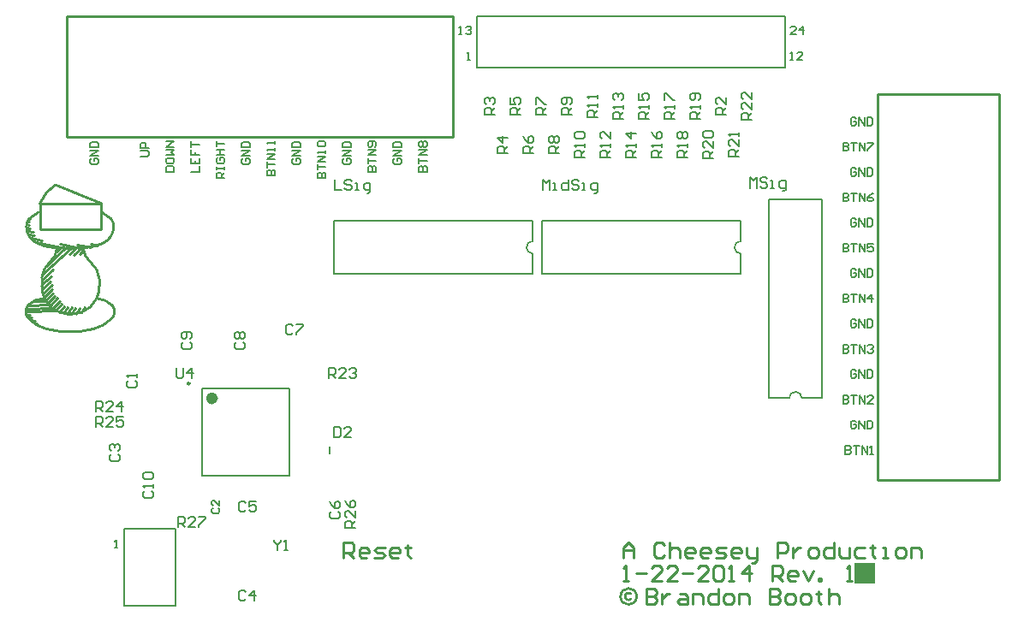
<source format=gto>
%FSAX42Y42*%
%MOMM*%
G71*
G01*
G75*
%ADD10R,1.30X1.05*%
%ADD11R,0.80X0.90*%
%ADD12O,0.55X1.75*%
%ADD13O,1.75X0.55*%
%ADD14R,0.90X0.80*%
%ADD15R,2.20X2.50*%
%ADD16R,2.00X0.50*%
%ADD17R,0.90X1.00*%
%ADD18C,0.51*%
%ADD19C,0.25*%
%ADD20C,0.60*%
%ADD21C,0.40*%
%ADD22C,1.00*%
%ADD23C,0.70*%
%ADD24C,0.50*%
%ADD25C,0.80*%
%ADD26C,5.89*%
%ADD27R,1.50X1.50*%
%ADD28C,1.50*%
%ADD29R,1.50X1.50*%
%ADD30C,1.50*%
%ADD31R,1.50X1.50*%
%ADD32C,1.75*%
%ADD33R,1.50X1.50*%
%ADD34C,1.02*%
%ADD35C,0.20*%
%ADD36C,0.60*%
%ADD37C,0.25*%
%ADD38C,0.20*%
%ADD39C,0.18*%
%ADD40R,2.03X2.03*%
D19*
X005711Y011898D02*
G03*
X005558Y011712I000253J-000364D01*
G01*
X006167Y011712D02*
G03*
X005712Y011896I-002019J-004331D01*
G01*
X011405Y007849D02*
G03*
X011405Y007798I-000025J-000025D01*
G01*
X011460Y007823D02*
G03*
X011460Y007823I-000080J000000D01*
G01*
X005578Y010899D02*
G03*
X006146Y010899I000284J000000D01*
G01*
X005654Y011128D02*
G03*
X005578Y010975I000140J-000165D01*
G01*
X006146Y010966D02*
G03*
X006062Y011129I-000225J-000013D01*
G01*
X005986Y011267D02*
G03*
X006062Y011129I000213J000027D01*
G01*
X005654Y011128D02*
G03*
X005729Y011268I-000140J000165D01*
G01*
X005603Y010772D02*
G03*
X005442Y010705I000000J-000229D01*
G01*
D02*
G03*
X005451Y010569I000073J-000063D01*
G01*
D02*
G03*
X005618Y010472I000267J000267D01*
G01*
Y010472D02*
G03*
X005781Y010441I000211J000663D01*
G01*
X005934D02*
G03*
X006096Y010472I-000048J000694D01*
G01*
Y010472D02*
G03*
X006264Y010569I-000099J000364D01*
G01*
D02*
G03*
X006273Y010705I-000063J000073D01*
G01*
D02*
G03*
X006121Y010772I-000162J-000162D01*
G01*
X005781Y010441D02*
G03*
X005934Y010441I000076J000712D01*
G01*
X005425Y011483D02*
G03*
X005536Y011317I000180J000000D01*
G01*
D02*
G03*
X005679Y011278I000179J000370D01*
G01*
D02*
G03*
X005806Y011271I000139J001385D01*
G01*
X005451Y011560D02*
G03*
X005425Y011483I000102J-000076D01*
G01*
X006264Y011560D02*
G03*
X006169Y011626I-000205J-000194D01*
G01*
X006289Y011483D02*
G03*
X006264Y011560I-000127J000000D01*
G01*
X005908Y011271D02*
G03*
X006035Y011278I-000012J001392D01*
G01*
D02*
G03*
X006178Y011317I-000036J000410D01*
G01*
D02*
G03*
X006289Y011483I-000069J000166D01*
G01*
X005546Y011626D02*
G03*
X005451Y011560I000110J-000260D01*
G01*
X005558Y011712D02*
X006167D01*
Y011458D02*
Y011712D01*
X005558Y011458D02*
Y011712D01*
Y011458D02*
X006167D01*
X005821Y013568D02*
X009646D01*
X005821Y012368D02*
X009646D01*
X005821D02*
Y013568D01*
X009646Y012368D02*
Y013568D01*
X013842Y008972D02*
X015042D01*
X013842Y012797D02*
X015042D01*
X013842Y008972D02*
Y012797D01*
X015042Y008972D02*
Y012797D01*
X005578Y010899D02*
Y010975D01*
X006146Y010899D02*
Y010966D01*
X005806Y011271D02*
X005908D01*
X005903Y010627D02*
X005906Y010625D01*
X005814Y010627D02*
X005903D01*
X005951Y011212D02*
X005989Y011242D01*
X005895Y011206D02*
X005972Y011270D01*
X005850Y011212D02*
X005921Y011270D01*
X005585Y011013D02*
X005863Y011267D01*
X005618Y011090D02*
X005809Y011267D01*
X005725Y011234D02*
X005763Y011270D01*
X005578Y010958D02*
X005692Y011062D01*
X005580Y010914D02*
X005669Y010993D01*
X005583Y010866D02*
X005667Y010942D01*
X005588Y010825D02*
X005679Y010907D01*
X005601Y010790D02*
X005679Y010864D01*
X005624Y010762D02*
X005692Y010825D01*
X005641Y010729D02*
X005707Y010798D01*
X005667Y010701D02*
X005733Y010775D01*
X005692Y010676D02*
X005753Y010749D01*
X005723Y010658D02*
X005776Y010724D01*
X005756Y010643D02*
X005799Y010698D01*
X005789Y010627D02*
X005832Y010686D01*
X005824Y010620D02*
X005872Y010686D01*
X005870Y010620D02*
X005911Y010678D01*
X005916Y010622D02*
X005949Y010676D01*
X005966Y010635D02*
X006002Y010688D01*
X005491Y010742D02*
X005626D01*
X005443Y010706D02*
X005651Y010709D01*
X005423Y010673D02*
X005682Y010681D01*
X005418Y010640D02*
X005720Y010648D01*
X005519Y011327D02*
X005801Y011273D01*
X005761Y011311D02*
X005951Y011273D01*
X005923Y011308D02*
X006063Y011280D01*
X006060Y011311D02*
X006126Y011295D01*
X005466Y011369D02*
X005580Y011346D01*
X005443Y011405D02*
X005499Y011394D01*
X005431Y011440D02*
X005491Y011427D01*
X005425Y011473D02*
X005461Y011463D01*
X005428Y011506D02*
X005453Y011496D01*
X005438Y011534D02*
X005451Y011529D01*
X005453Y011562D02*
X005459Y011561D01*
X005423Y010612D02*
X005461Y010610D01*
X005441Y010584D02*
X005481Y010582D01*
X005469Y010556D02*
X005509Y010554D01*
X005502Y010528D02*
X005525Y010527D01*
X005537Y010505D02*
X005547Y010505D01*
X008563Y008204D02*
Y008357D01*
X008640D01*
X008665Y008331D01*
Y008280D01*
X008640Y008255D01*
X008563D01*
X008614D02*
X008665Y008204D01*
X008792D02*
X008741D01*
X008716Y008230D01*
Y008280D01*
X008741Y008306D01*
X008792D01*
X008817Y008280D01*
Y008255D01*
X008716D01*
X008868Y008204D02*
X008944D01*
X008970Y008230D01*
X008944Y008255D01*
X008894D01*
X008868Y008280D01*
X008894Y008306D01*
X008970D01*
X009097Y008204D02*
X009046D01*
X009020Y008230D01*
Y008280D01*
X009046Y008306D01*
X009097D01*
X009122Y008280D01*
Y008255D01*
X009020D01*
X009198Y008331D02*
Y008306D01*
X009173D01*
X009224D01*
X009198D01*
Y008230D01*
X009224Y008204D01*
X011557Y007899D02*
Y007747D01*
X011633D01*
X011659Y007772D01*
Y007798D01*
X011633Y007823D01*
X011557D01*
X011633D01*
X011659Y007849D01*
Y007874D01*
X011633Y007899D01*
X011557D01*
X011709Y007849D02*
Y007747D01*
Y007798D01*
X011735Y007823D01*
X011760Y007849D01*
X011786D01*
X011887D02*
X011938D01*
X011963Y007823D01*
Y007747D01*
X011887D01*
X011862Y007772D01*
X011887Y007798D01*
X011963D01*
X012014Y007747D02*
Y007849D01*
X012090D01*
X012116Y007823D01*
Y007747D01*
X012268Y007899D02*
Y007747D01*
X012192D01*
X012166Y007772D01*
Y007823D01*
X012192Y007849D01*
X012268D01*
X012344Y007747D02*
X012395D01*
X012420Y007772D01*
Y007823D01*
X012395Y007849D01*
X012344D01*
X012319Y007823D01*
Y007772D01*
X012344Y007747D01*
X012471D02*
Y007849D01*
X012547D01*
X012573Y007823D01*
Y007747D01*
X012776Y007899D02*
Y007747D01*
X012852D01*
X012877Y007772D01*
Y007798D01*
X012852Y007823D01*
X012776D01*
X012852D01*
X012877Y007849D01*
Y007874D01*
X012852Y007899D01*
X012776D01*
X012954Y007747D02*
X013004D01*
X013030Y007772D01*
Y007823D01*
X013004Y007849D01*
X012954D01*
X012928Y007823D01*
Y007772D01*
X012954Y007747D01*
X013106D02*
X013157D01*
X013182Y007772D01*
Y007823D01*
X013157Y007849D01*
X013106D01*
X013081Y007823D01*
Y007772D01*
X013106Y007747D01*
X013258Y007874D02*
Y007849D01*
X013233D01*
X013284D01*
X013258D01*
Y007772D01*
X013284Y007747D01*
X013360Y007899D02*
Y007747D01*
Y007823D01*
X013385Y007849D01*
X013436D01*
X013461Y007823D01*
Y007747D01*
X011328Y008204D02*
Y008306D01*
X011379Y008357D01*
X011430Y008306D01*
Y008204D01*
Y008280D01*
X011328D01*
X011735Y008331D02*
X011709Y008357D01*
X011658D01*
X011633Y008331D01*
Y008230D01*
X011658Y008204D01*
X011709D01*
X011735Y008230D01*
X011785Y008357D02*
Y008204D01*
Y008280D01*
X011811Y008306D01*
X011862D01*
X011887Y008280D01*
Y008204D01*
X012014D02*
X011963D01*
X011938Y008230D01*
Y008280D01*
X011963Y008306D01*
X012014D01*
X012039Y008280D01*
Y008255D01*
X011938D01*
X012166Y008204D02*
X012116D01*
X012090Y008230D01*
Y008280D01*
X012116Y008306D01*
X012166D01*
X012192Y008280D01*
Y008255D01*
X012090D01*
X012243Y008204D02*
X012319D01*
X012344Y008230D01*
X012319Y008255D01*
X012268D01*
X012243Y008280D01*
X012268Y008306D01*
X012344D01*
X012471Y008204D02*
X012420D01*
X012395Y008230D01*
Y008280D01*
X012420Y008306D01*
X012471D01*
X012496Y008280D01*
Y008255D01*
X012395D01*
X012547Y008306D02*
Y008230D01*
X012573Y008204D01*
X012649D01*
Y008179D01*
X012623Y008153D01*
X012598D01*
X012649Y008204D02*
Y008306D01*
X012852Y008204D02*
Y008357D01*
X012928D01*
X012953Y008331D01*
Y008280D01*
X012928Y008255D01*
X012852D01*
X013004Y008306D02*
Y008204D01*
Y008255D01*
X013030Y008280D01*
X013055Y008306D01*
X013080D01*
X013182Y008204D02*
X013233D01*
X013258Y008230D01*
Y008280D01*
X013233Y008306D01*
X013182D01*
X013157Y008280D01*
Y008230D01*
X013182Y008204D01*
X013411Y008357D02*
Y008204D01*
X013334D01*
X013309Y008230D01*
Y008280D01*
X013334Y008306D01*
X013411D01*
X013461D02*
Y008230D01*
X013487Y008204D01*
X013563D01*
Y008306D01*
X013715D02*
X013639D01*
X013614Y008280D01*
Y008230D01*
X013639Y008204D01*
X013715D01*
X013791Y008331D02*
Y008306D01*
X013766D01*
X013817D01*
X013791D01*
Y008230D01*
X013817Y008204D01*
X013893D02*
X013944D01*
X013918D01*
Y008306D01*
X013893D01*
X014045Y008204D02*
X014096D01*
X014121Y008230D01*
Y008280D01*
X014096Y008306D01*
X014045D01*
X014020Y008280D01*
Y008230D01*
X014045Y008204D01*
X014172D02*
Y008306D01*
X014248D01*
X014274Y008280D01*
Y008204D01*
X011328Y007976D02*
X011379D01*
X011354D01*
Y008128D01*
X011328Y008103D01*
X011455Y008052D02*
X011557D01*
X011709Y007976D02*
X011608D01*
X011709Y008077D01*
Y008103D01*
X011684Y008128D01*
X011633D01*
X011608Y008103D01*
X011862Y007976D02*
X011760D01*
X011862Y008077D01*
Y008103D01*
X011836Y008128D01*
X011785D01*
X011760Y008103D01*
X011912Y008052D02*
X012014D01*
X012166Y007976D02*
X012065D01*
X012166Y008077D01*
Y008103D01*
X012141Y008128D01*
X012090D01*
X012065Y008103D01*
X012217D02*
X012243Y008128D01*
X012293D01*
X012319Y008103D01*
Y008001D01*
X012293Y007976D01*
X012243D01*
X012217Y008001D01*
Y008103D01*
X012369Y007976D02*
X012420D01*
X012395D01*
Y008128D01*
X012369Y008103D01*
X012573Y007976D02*
Y008128D01*
X012496Y008052D01*
X012598D01*
X012801Y007976D02*
Y008128D01*
X012877D01*
X012903Y008103D01*
Y008052D01*
X012877Y008026D01*
X012801D01*
X012852D02*
X012903Y007976D01*
X013030D02*
X012979D01*
X012953Y008001D01*
Y008052D01*
X012979Y008077D01*
X013030D01*
X013055Y008052D01*
Y008026D01*
X012953D01*
X013106Y008077D02*
X013157Y007976D01*
X013207Y008077D01*
X013258Y007976D02*
Y008001D01*
X013284D01*
Y007976D01*
X013258D01*
X013537D02*
X013588D01*
X013563D01*
Y008128D01*
X013537Y008103D01*
D35*
X013525Y009314D02*
Y009233D01*
X013566D01*
X013580Y009246D01*
Y009260D01*
X013566Y009274D01*
X013525D01*
X013566D01*
X013580Y009287D01*
Y009301D01*
X013566Y009314D01*
X013525D01*
X013607D02*
X013661D01*
X013634D01*
Y009233D01*
X013688D02*
Y009314D01*
X013742Y009233D01*
Y009314D01*
X013769Y009233D02*
X013796D01*
X013783D01*
Y009314D01*
X013769Y009301D01*
X013630Y009551D02*
X013617Y009564D01*
X013590D01*
X013576Y009551D01*
Y009497D01*
X013590Y009483D01*
X013617D01*
X013630Y009497D01*
Y009524D01*
X013603D01*
X013658Y009483D02*
Y009564D01*
X013712Y009483D01*
Y009564D01*
X013739D02*
Y009483D01*
X013779D01*
X013793Y009497D01*
Y009551D01*
X013779Y009564D01*
X013739D01*
X013500Y009814D02*
Y009733D01*
X013541D01*
X013554Y009747D01*
Y009760D01*
X013541Y009774D01*
X013500D01*
X013541D01*
X013554Y009787D01*
Y009801D01*
X013541Y009814D01*
X013500D01*
X013581D02*
X013636D01*
X013608D01*
Y009733D01*
X013663D02*
Y009814D01*
X013717Y009733D01*
Y009814D01*
X013798Y009733D02*
X013744D01*
X013798Y009787D01*
Y009801D01*
X013784Y009814D01*
X013757D01*
X013744Y009801D01*
X013630Y010051D02*
X013617Y010064D01*
X013590D01*
X013576Y010051D01*
Y009997D01*
X013590Y009983D01*
X013617D01*
X013630Y009997D01*
Y010024D01*
X013603D01*
X013658Y009983D02*
Y010064D01*
X013712Y009983D01*
Y010064D01*
X013739D02*
Y009983D01*
X013779D01*
X013793Y009997D01*
Y010051D01*
X013779Y010064D01*
X013739D01*
X013500Y010315D02*
Y010233D01*
X013541D01*
X013554Y010247D01*
Y010260D01*
X013541Y010274D01*
X013500D01*
X013541D01*
X013554Y010287D01*
Y010301D01*
X013541Y010315D01*
X013500D01*
X013581D02*
X013636D01*
X013608D01*
Y010233D01*
X013663D02*
Y010315D01*
X013717Y010233D01*
Y010315D01*
X013744Y010301D02*
X013757Y010315D01*
X013784D01*
X013798Y010301D01*
Y010287D01*
X013784Y010274D01*
X013771D01*
X013784D01*
X013798Y010260D01*
Y010247D01*
X013784Y010233D01*
X013757D01*
X013744Y010247D01*
X013630Y010551D02*
X013617Y010565D01*
X013590D01*
X013576Y010551D01*
Y010497D01*
X013590Y010483D01*
X013617D01*
X013630Y010497D01*
Y010524D01*
X013603D01*
X013658Y010483D02*
Y010565D01*
X013712Y010483D01*
Y010565D01*
X013739D02*
Y010483D01*
X013779D01*
X013793Y010497D01*
Y010551D01*
X013779Y010565D01*
X013739D01*
X013500Y010815D02*
Y010733D01*
X013541D01*
X013554Y010747D01*
Y010761D01*
X013541Y010774D01*
X013500D01*
X013541D01*
X013554Y010788D01*
Y010801D01*
X013541Y010815D01*
X013500D01*
X013581D02*
X013636D01*
X013608D01*
Y010733D01*
X013663D02*
Y010815D01*
X013717Y010733D01*
Y010815D01*
X013784Y010733D02*
Y010815D01*
X013744Y010774D01*
X013798D01*
X013630Y011051D02*
X013617Y011065D01*
X013590D01*
X013576Y011051D01*
Y010997D01*
X013590Y010984D01*
X013617D01*
X013630Y010997D01*
Y011024D01*
X013603D01*
X013658Y010984D02*
Y011065D01*
X013712Y010984D01*
Y011065D01*
X013739D02*
Y010984D01*
X013779D01*
X013793Y010997D01*
Y011051D01*
X013779Y011065D01*
X013739D01*
X013500Y011315D02*
Y011234D01*
X013541D01*
X013554Y011247D01*
Y011261D01*
X013541Y011274D01*
X013500D01*
X013541D01*
X013554Y011288D01*
Y011301D01*
X013541Y011315D01*
X013500D01*
X013581D02*
X013636D01*
X013608D01*
Y011234D01*
X013663D02*
Y011315D01*
X013717Y011234D01*
Y011315D01*
X013798D02*
X013744D01*
Y011274D01*
X013771Y011288D01*
X013784D01*
X013798Y011274D01*
Y011247D01*
X013784Y011234D01*
X013757D01*
X013744Y011247D01*
X013630Y011551D02*
X013617Y011565D01*
X013590D01*
X013576Y011551D01*
Y011497D01*
X013590Y011484D01*
X013617D01*
X013630Y011497D01*
Y011524D01*
X013603D01*
X013658Y011484D02*
Y011565D01*
X013712Y011484D01*
Y011565D01*
X013739D02*
Y011484D01*
X013779D01*
X013793Y011497D01*
Y011551D01*
X013779Y011565D01*
X013739D01*
X013500Y011815D02*
Y011734D01*
X013541D01*
X013554Y011747D01*
Y011761D01*
X013541Y011774D01*
X013500D01*
X013541D01*
X013554Y011788D01*
Y011802D01*
X013541Y011815D01*
X013500D01*
X013581D02*
X013636D01*
X013608D01*
Y011734D01*
X013663D02*
Y011815D01*
X013717Y011734D01*
Y011815D01*
X013798D02*
X013771Y011802D01*
X013744Y011774D01*
Y011747D01*
X013757Y011734D01*
X013784D01*
X013798Y011747D01*
Y011761D01*
X013784Y011774D01*
X013744D01*
X013630Y012052D02*
X013617Y012065D01*
X013590D01*
X013576Y012052D01*
Y011997D01*
X013590Y011984D01*
X013617D01*
X013630Y011997D01*
Y012025D01*
X013603D01*
X013658Y011984D02*
Y012065D01*
X013712Y011984D01*
Y012065D01*
X013739D02*
Y011984D01*
X013779D01*
X013793Y011997D01*
Y012052D01*
X013779Y012065D01*
X013739D01*
X013500Y012315D02*
Y012234D01*
X013541D01*
X013554Y012248D01*
Y012261D01*
X013541Y012275D01*
X013500D01*
X013541D01*
X013554Y012288D01*
Y012302D01*
X013541Y012315D01*
X013500D01*
X013581D02*
X013636D01*
X013608D01*
Y012234D01*
X013663D02*
Y012315D01*
X013717Y012234D01*
Y012315D01*
X013744D02*
X013798D01*
Y012302D01*
X013744Y012248D01*
Y012234D01*
X013630Y012552D02*
X013617Y012565D01*
X013590D01*
X013576Y012552D01*
Y012498D01*
X013590Y012484D01*
X013617D01*
X013630Y012498D01*
Y012525D01*
X013603D01*
X013658Y012484D02*
Y012565D01*
X013712Y012484D01*
Y012565D01*
X013739D02*
Y012484D01*
X013779D01*
X013793Y012498D01*
Y012552D01*
X013779Y012565D01*
X013739D01*
X009304Y012027D02*
X009385D01*
Y012068D01*
X009372Y012081D01*
X009358D01*
X009345Y012068D01*
Y012027D01*
Y012068D01*
X009331Y012081D01*
X009318D01*
X009304Y012068D01*
Y012027D01*
Y012108D02*
Y012162D01*
Y012135D01*
X009385D01*
Y012189D02*
X009304D01*
X009385Y012244D01*
X009304D01*
X009318Y012271D02*
X009304Y012284D01*
Y012311D01*
X009318Y012325D01*
X009331D01*
X009345Y012311D01*
X009358Y012325D01*
X009372D01*
X009385Y012311D01*
Y012284D01*
X009372Y012271D01*
X009358D01*
X009345Y012284D01*
X009331Y012271D01*
X009318D01*
X009345Y012284D02*
Y012311D01*
X009067Y012157D02*
X009054Y012144D01*
Y012117D01*
X009067Y012103D01*
X009122D01*
X009135Y012117D01*
Y012144D01*
X009122Y012157D01*
X009095D01*
Y012130D01*
X009135Y012184D02*
X009054D01*
X009135Y012238D01*
X009054D01*
Y012266D02*
X009135D01*
Y012306D01*
X009122Y012320D01*
X009067D01*
X009054Y012306D01*
Y012266D01*
X008804Y012027D02*
X008885D01*
Y012068D01*
X008872Y012081D01*
X008858D01*
X008844Y012068D01*
Y012027D01*
Y012068D01*
X008831Y012081D01*
X008817D01*
X008804Y012068D01*
Y012027D01*
Y012108D02*
Y012162D01*
Y012135D01*
X008885D01*
Y012189D02*
X008804D01*
X008885Y012244D01*
X008804D01*
X008872Y012271D02*
X008885Y012284D01*
Y012311D01*
X008872Y012325D01*
X008817D01*
X008804Y012311D01*
Y012284D01*
X008817Y012271D01*
X008831D01*
X008844Y012284D01*
Y012325D01*
X008567Y012157D02*
X008554Y012144D01*
Y012117D01*
X008567Y012103D01*
X008621D01*
X008635Y012117D01*
Y012144D01*
X008621Y012157D01*
X008594D01*
Y012130D01*
X008635Y012184D02*
X008554D01*
X008635Y012238D01*
X008554D01*
Y012266D02*
X008635D01*
Y012306D01*
X008621Y012320D01*
X008567D01*
X008554Y012306D01*
Y012266D01*
X008304Y011963D02*
X008385D01*
Y012004D01*
X008371Y012018D01*
X008358D01*
X008344Y012004D01*
Y011963D01*
Y012004D01*
X008331Y012018D01*
X008317D01*
X008304Y012004D01*
Y011963D01*
Y012045D02*
Y012099D01*
Y012072D01*
X008385D01*
Y012126D02*
X008304D01*
X008385Y012180D01*
X008304D01*
X008385Y012207D02*
Y012234D01*
Y012221D01*
X008304D01*
X008317Y012207D01*
Y012275D02*
X008304Y012288D01*
Y012315D01*
X008317Y012329D01*
X008371D01*
X008385Y012315D01*
Y012288D01*
X008371Y012275D01*
X008317D01*
X008067Y012157D02*
X008054Y012144D01*
Y012117D01*
X008067Y012103D01*
X008121D01*
X008135Y012117D01*
Y012144D01*
X008121Y012157D01*
X008094D01*
Y012130D01*
X008135Y012184D02*
X008054D01*
X008135Y012238D01*
X008054D01*
Y012266D02*
X008135D01*
Y012306D01*
X008121Y012320D01*
X008067D01*
X008054Y012306D01*
Y012266D01*
X007803Y011989D02*
X007885D01*
Y012029D01*
X007871Y012043D01*
X007858D01*
X007844Y012029D01*
Y011989D01*
Y012029D01*
X007831Y012043D01*
X007817D01*
X007803Y012029D01*
Y011989D01*
Y012070D02*
Y012124D01*
Y012097D01*
X007885D01*
Y012151D02*
X007803D01*
X007885Y012205D01*
X007803D01*
X007885Y012233D02*
Y012260D01*
Y012246D01*
X007803D01*
X007817Y012233D01*
X007885Y012300D02*
Y012327D01*
Y012314D01*
X007803D01*
X007817Y012300D01*
X007567Y012157D02*
X007553Y012144D01*
Y012117D01*
X007567Y012103D01*
X007621D01*
X007635Y012117D01*
Y012144D01*
X007621Y012157D01*
X007594D01*
Y012130D01*
X007635Y012184D02*
X007553D01*
X007635Y012238D01*
X007553D01*
Y012266D02*
X007635D01*
Y012306D01*
X007621Y012320D01*
X007567D01*
X007553Y012306D01*
Y012266D01*
X007385Y011963D02*
X007303D01*
Y012004D01*
X007317Y012018D01*
X007344D01*
X007357Y012004D01*
Y011963D01*
Y011990D02*
X007385Y012018D01*
X007303Y012045D02*
Y012072D01*
Y012058D01*
X007385D01*
Y012045D01*
Y012072D01*
X007317Y012167D02*
X007303Y012153D01*
Y012126D01*
X007317Y012112D01*
X007371D01*
X007385Y012126D01*
Y012153D01*
X007371Y012167D01*
X007344D01*
Y012139D01*
X007303Y012194D02*
X007385D01*
X007344D01*
Y012248D01*
X007303D01*
X007385D01*
X007303Y012275D02*
Y012329D01*
Y012302D01*
X007385D01*
X007053Y012027D02*
X007134D01*
Y012081D01*
X007053Y012162D02*
Y012108D01*
X007134D01*
Y012162D01*
X007094Y012108D02*
Y012135D01*
X007053Y012244D02*
Y012189D01*
X007094D01*
Y012216D01*
Y012189D01*
X007134D01*
X007053Y012271D02*
Y012325D01*
Y012298D01*
X007134D01*
X006803Y012027D02*
X006884D01*
Y012068D01*
X006871Y012081D01*
X006817D01*
X006803Y012068D01*
Y012027D01*
Y012149D02*
Y012122D01*
X006817Y012108D01*
X006871D01*
X006884Y012122D01*
Y012149D01*
X006871Y012162D01*
X006817D01*
X006803Y012149D01*
Y012189D02*
X006884D01*
X006857Y012216D01*
X006884Y012244D01*
X006803D01*
X006884Y012271D02*
X006803D01*
X006884Y012325D01*
X006803D01*
X006553Y012179D02*
X006621D01*
X006634Y012193D01*
Y012220D01*
X006621Y012233D01*
X006553D01*
X006634Y012260D02*
X006553D01*
Y012301D01*
X006567Y012315D01*
X006594D01*
X006607Y012301D01*
Y012260D01*
X006066Y012157D02*
X006053Y012144D01*
Y012117D01*
X006066Y012103D01*
X006121D01*
X006134Y012117D01*
Y012144D01*
X006121Y012157D01*
X006093D01*
Y012130D01*
X006134Y012184D02*
X006053D01*
X006134Y012238D01*
X006053D01*
Y012266D02*
X006134D01*
Y012306D01*
X006121Y012320D01*
X006066D01*
X006053Y012306D01*
Y012266D01*
X013034Y013386D02*
X012980D01*
X013034Y013440D01*
Y013454D01*
X013021Y013467D01*
X012994D01*
X012980Y013454D01*
X013102Y013386D02*
Y013467D01*
X013061Y013426D01*
X013116D01*
X012979Y013132D02*
X013006D01*
X012993D01*
Y013213D01*
X012979Y013200D01*
X013101Y013132D02*
X013047D01*
X013101Y013186D01*
Y013200D01*
X013088Y013213D01*
X013061D01*
X013047Y013200D01*
X009703Y013386D02*
X009730D01*
X009716D01*
Y013467D01*
X009703Y013454D01*
X009771D02*
X009784Y013467D01*
X009811D01*
X009825Y013454D01*
Y013440D01*
X009811Y013426D01*
X009798D01*
X009811D01*
X009825Y013413D01*
Y013399D01*
X009811Y013386D01*
X009784D01*
X009771Y013399D01*
X009786Y013132D02*
X009813D01*
X009799D01*
Y013213D01*
X009786Y013200D01*
D36*
X007290Y009784D02*
G03*
X007290Y009784I-000030J000000D01*
G01*
D37*
X007042Y009931D02*
G03*
X007042Y009931I-000012J000000D01*
G01*
D38*
X013094Y009785D02*
G03*
X012967Y009785I-000063J000000D01*
G01*
X012491Y011341D02*
G03*
X012491Y011214I000000J-000063D01*
G01*
X010434Y011341D02*
G03*
X010434Y011214I000000J-000063D01*
G01*
X007160Y009014D02*
X008030D01*
X007160Y009884D02*
X008030D01*
Y009014D02*
Y009884D01*
X007160Y009014D02*
Y009884D01*
X008420Y009236D02*
Y009306D01*
X006392Y007727D02*
X006900D01*
X006392Y008489D02*
X006900D01*
Y007727D02*
Y008489D01*
X006392Y007727D02*
Y008489D01*
Y007727D02*
Y008214D01*
X013094Y009785D02*
X013295D01*
X012765D02*
X012967D01*
X012765Y011755D02*
X013295D01*
Y009785D02*
Y011755D01*
X012765Y009785D02*
Y011755D01*
X012491Y011341D02*
Y011543D01*
Y011013D02*
Y011214D01*
X010521Y011013D02*
Y011543D01*
X012491D01*
X010521Y011013D02*
X012491D01*
X009881Y013056D02*
Y013564D01*
X012929D01*
Y013056D02*
Y013564D01*
X009881Y013056D02*
X012929D01*
X010434Y011341D02*
Y011543D01*
Y011013D02*
Y011214D01*
X008464Y011013D02*
Y011543D01*
X010434D01*
X008464Y011013D02*
X010434D01*
D39*
X007874Y008382D02*
Y008365D01*
X007908Y008331D01*
X007942Y008365D01*
Y008382D01*
X007908Y008331D02*
Y008280D01*
X007976D02*
X008009D01*
X007992D01*
Y008382D01*
X007976Y008365D01*
X006979Y010342D02*
X006962Y010325D01*
Y010291D01*
X006979Y010274D01*
X007047D01*
X007064Y010291D01*
Y010325D01*
X007047Y010342D01*
Y010376D02*
X007064Y010393D01*
Y010427D01*
X007047Y010444D01*
X006979D01*
X006962Y010427D01*
Y010393D01*
X006979Y010376D01*
X006996D01*
X007013Y010393D01*
Y010444D01*
X006909Y010084D02*
Y009999D01*
X006926Y009982D01*
X006960D01*
X006977Y009999D01*
Y010084D01*
X007061Y009982D02*
Y010084D01*
X007010Y010033D01*
X007078D01*
X012583Y011867D02*
Y011969D01*
X012617Y011935D01*
X012651Y011969D01*
Y011867D01*
X012752Y011952D02*
X012736Y011969D01*
X012702D01*
X012685Y011952D01*
Y011935D01*
X012702Y011918D01*
X012736D01*
X012752Y011901D01*
Y011884D01*
X012736Y011867D01*
X012702D01*
X012685Y011884D01*
X012786Y011867D02*
X012820D01*
X012803D01*
Y011935D01*
X012786D01*
X012905Y011834D02*
X012922D01*
X012939Y011850D01*
Y011935D01*
X012888D01*
X012871Y011918D01*
Y011884D01*
X012888Y011867D01*
X012939D01*
X010528Y011844D02*
Y011946D01*
X010562Y011912D01*
X010596Y011946D01*
Y011844D01*
X010630D02*
X010664D01*
X010647D01*
Y011912D01*
X010630D01*
X010782Y011946D02*
Y011844D01*
X010731D01*
X010715Y011861D01*
Y011895D01*
X010731Y011912D01*
X010782D01*
X010884Y011929D02*
X010867Y011946D01*
X010833D01*
X010816Y011929D01*
Y011912D01*
X010833Y011895D01*
X010867D01*
X010884Y011878D01*
Y011861D01*
X010867Y011844D01*
X010833D01*
X010816Y011861D01*
X010918Y011844D02*
X010951D01*
X010935D01*
Y011912D01*
X010918D01*
X011036Y011810D02*
X011053D01*
X011070Y011827D01*
Y011912D01*
X011019D01*
X011002Y011895D01*
Y011861D01*
X011019Y011844D01*
X011070D01*
X006927Y008506D02*
Y008608D01*
X006977D01*
X006994Y008591D01*
Y008557D01*
X006977Y008540D01*
X006927D01*
X006960D02*
X006994Y008506D01*
X007096D02*
X007028D01*
X007096Y008574D01*
Y008591D01*
X007079Y008608D01*
X007045D01*
X007028Y008591D01*
X007130Y008608D02*
X007197D01*
Y008591D01*
X007130Y008523D01*
Y008506D01*
X008679Y008499D02*
X008578D01*
Y008550D01*
X008595Y008567D01*
X008628D01*
X008645Y008550D01*
Y008499D01*
Y008533D02*
X008679Y008567D01*
Y008668D02*
Y008600D01*
X008611Y008668D01*
X008595D01*
X008578Y008651D01*
Y008617D01*
X008595Y008600D01*
X008578Y008770D02*
X008595Y008736D01*
X008628Y008702D01*
X008662D01*
X008679Y008719D01*
Y008753D01*
X008662Y008770D01*
X008645D01*
X008628Y008753D01*
Y008702D01*
X006114Y009500D02*
Y009601D01*
X006165D01*
X006181Y009584D01*
Y009550D01*
X006165Y009533D01*
X006114D01*
X006148D02*
X006181Y009500D01*
X006283D02*
X006215D01*
X006283Y009567D01*
Y009584D01*
X006266Y009601D01*
X006232D01*
X006215Y009584D01*
X006385Y009601D02*
X006317D01*
Y009550D01*
X006351Y009567D01*
X006368D01*
X006385Y009550D01*
Y009517D01*
X006368Y009500D01*
X006334D01*
X006317Y009517D01*
X006114Y009652D02*
Y009754D01*
X006165D01*
X006181Y009737D01*
Y009703D01*
X006165Y009686D01*
X006114D01*
X006148D02*
X006181Y009652D01*
X006283D02*
X006215D01*
X006283Y009720D01*
Y009737D01*
X006266Y009754D01*
X006232D01*
X006215Y009737D01*
X006368Y009652D02*
Y009754D01*
X006317Y009703D01*
X006385D01*
X008415Y009980D02*
Y010081D01*
X008466D01*
X008483Y010064D01*
Y010030D01*
X008466Y010014D01*
X008415D01*
X008449D02*
X008483Y009980D01*
X008584D02*
X008517D01*
X008584Y010047D01*
Y010064D01*
X008567Y010081D01*
X008534D01*
X008517Y010064D01*
X008618D02*
X008635Y010081D01*
X008669D01*
X008686Y010064D01*
Y010047D01*
X008669Y010030D01*
X008652D01*
X008669D01*
X008686Y010014D01*
Y009997D01*
X008669Y009980D01*
X008635D01*
X008618Y009997D01*
X012596Y012540D02*
X012494D01*
Y012591D01*
X012511Y012608D01*
X012545D01*
X012562Y012591D01*
Y012540D01*
Y012574D02*
X012596Y012608D01*
Y012709D02*
Y012642D01*
X012528Y012709D01*
X012511D01*
X012494Y012692D01*
Y012658D01*
X012511Y012642D01*
X012596Y012811D02*
Y012743D01*
X012528Y012811D01*
X012511D01*
X012494Y012794D01*
Y012760D01*
X012511Y012743D01*
X012469Y012174D02*
X012367D01*
Y012225D01*
X012384Y012242D01*
X012418D01*
X012435Y012225D01*
Y012174D01*
Y012208D02*
X012469Y012242D01*
Y012343D02*
Y012276D01*
X012401Y012343D01*
X012384D01*
X012367Y012327D01*
Y012293D01*
X012384Y012276D01*
X012469Y012377D02*
Y012411D01*
Y012394D01*
X012367D01*
X012384Y012377D01*
X012215Y012159D02*
X012113D01*
Y012210D01*
X012130Y012227D01*
X012164D01*
X012181Y012210D01*
Y012159D01*
Y012193D02*
X012215Y012227D01*
Y012328D02*
Y012261D01*
X012147Y012328D01*
X012130D01*
X012113Y012311D01*
Y012277D01*
X012130Y012261D01*
Y012362D02*
X012113Y012379D01*
Y012413D01*
X012130Y012430D01*
X012198D01*
X012215Y012413D01*
Y012379D01*
X012198Y012362D01*
X012130D01*
X012088Y012548D02*
X011986D01*
Y012598D01*
X012003Y012615D01*
X012037D01*
X012054Y012598D01*
Y012548D01*
Y012581D02*
X012088Y012615D01*
Y012649D02*
Y012683D01*
Y012666D01*
X011986D01*
X012003Y012649D01*
X012071Y012734D02*
X012088Y012751D01*
Y012785D01*
X012071Y012802D01*
X012003D01*
X011986Y012785D01*
Y012751D01*
X012003Y012734D01*
X012020D01*
X012037Y012751D01*
Y012802D01*
X011961Y012167D02*
X011859D01*
Y012217D01*
X011876Y012234D01*
X011910D01*
X011927Y012217D01*
Y012167D01*
Y012200D02*
X011961Y012234D01*
Y012268D02*
Y012302D01*
Y012285D01*
X011859D01*
X011876Y012268D01*
Y012353D02*
X011859Y012370D01*
Y012404D01*
X011876Y012421D01*
X011893D01*
X011910Y012404D01*
X011927Y012421D01*
X011944D01*
X011961Y012404D01*
Y012370D01*
X011944Y012353D01*
X011927D01*
X011910Y012370D01*
X011893Y012353D01*
X011876D01*
X011910Y012370D02*
Y012404D01*
X011834Y012548D02*
X011732D01*
Y012598D01*
X011749Y012615D01*
X011783D01*
X011800Y012598D01*
Y012548D01*
Y012581D02*
X011834Y012615D01*
Y012649D02*
Y012683D01*
Y012666D01*
X011732D01*
X011749Y012649D01*
X011732Y012734D02*
Y012802D01*
X011749D01*
X011817Y012734D01*
X011834D01*
X011707Y012167D02*
X011605D01*
Y012217D01*
X011622Y012234D01*
X011656D01*
X011673Y012217D01*
Y012167D01*
Y012200D02*
X011707Y012234D01*
Y012268D02*
Y012302D01*
Y012285D01*
X011605D01*
X011622Y012268D01*
X011605Y012421D02*
X011622Y012387D01*
X011656Y012353D01*
X011690D01*
X011707Y012370D01*
Y012404D01*
X011690Y012421D01*
X011673D01*
X011656Y012404D01*
Y012353D01*
X011580Y012548D02*
X011478D01*
Y012598D01*
X011495Y012615D01*
X011529D01*
X011546Y012598D01*
Y012548D01*
Y012581D02*
X011580Y012615D01*
Y012649D02*
Y012683D01*
Y012666D01*
X011478D01*
X011495Y012649D01*
X011478Y012802D02*
Y012734D01*
X011529D01*
X011512Y012768D01*
Y012785D01*
X011529Y012802D01*
X011563D01*
X011580Y012785D01*
Y012751D01*
X011563Y012734D01*
X011453Y012167D02*
X011351D01*
Y012217D01*
X011368Y012234D01*
X011402D01*
X011419Y012217D01*
Y012167D01*
Y012200D02*
X011453Y012234D01*
Y012268D02*
Y012302D01*
Y012285D01*
X011351D01*
X011368Y012268D01*
X011453Y012404D02*
X011351D01*
X011402Y012353D01*
Y012421D01*
X011326Y012548D02*
X011224D01*
Y012598D01*
X011241Y012615D01*
X011275D01*
X011292Y012598D01*
Y012548D01*
Y012581D02*
X011326Y012615D01*
Y012649D02*
Y012683D01*
Y012666D01*
X011224D01*
X011241Y012649D01*
Y012734D02*
X011224Y012751D01*
Y012785D01*
X011241Y012802D01*
X011258D01*
X011275Y012785D01*
Y012768D01*
Y012785D01*
X011292Y012802D01*
X011309D01*
X011326Y012785D01*
Y012751D01*
X011309Y012734D01*
X011199Y012167D02*
X011097D01*
Y012217D01*
X011114Y012234D01*
X011148D01*
X011165Y012217D01*
Y012167D01*
Y012200D02*
X011199Y012234D01*
Y012268D02*
Y012302D01*
Y012285D01*
X011097D01*
X011114Y012268D01*
X011199Y012421D02*
Y012353D01*
X011131Y012421D01*
X011114D01*
X011097Y012404D01*
Y012370D01*
X011114Y012353D01*
X011072Y012565D02*
X010970D01*
Y012616D01*
X010987Y012633D01*
X011021D01*
X011038Y012616D01*
Y012565D01*
Y012599D02*
X011072Y012633D01*
Y012667D02*
Y012701D01*
Y012684D01*
X010970D01*
X010987Y012667D01*
X011072Y012752D02*
Y012785D01*
Y012769D01*
X010970D01*
X010987Y012752D01*
X010945Y012167D02*
X010843D01*
Y012217D01*
X010860Y012234D01*
X010894D01*
X010911Y012217D01*
Y012167D01*
Y012200D02*
X010945Y012234D01*
Y012268D02*
Y012302D01*
Y012285D01*
X010843D01*
X010860Y012268D01*
Y012353D02*
X010843Y012370D01*
Y012404D01*
X010860Y012421D01*
X010928D01*
X010945Y012404D01*
Y012370D01*
X010928Y012353D01*
X010860D01*
X010818Y012591D02*
X010716D01*
Y012642D01*
X010733Y012658D01*
X010767D01*
X010784Y012642D01*
Y012591D01*
Y012625D02*
X010818Y012658D01*
X010801Y012692D02*
X010818Y012709D01*
Y012743D01*
X010801Y012760D01*
X010733D01*
X010716Y012743D01*
Y012709D01*
X010733Y012692D01*
X010750D01*
X010767Y012709D01*
Y012760D01*
X010691Y012210D02*
X010589D01*
Y012261D01*
X010606Y012277D01*
X010640D01*
X010657Y012261D01*
Y012210D01*
Y012244D02*
X010691Y012277D01*
X010606Y012311D02*
X010589Y012328D01*
Y012362D01*
X010606Y012379D01*
X010623D01*
X010640Y012362D01*
X010657Y012379D01*
X010674D01*
X010691Y012362D01*
Y012328D01*
X010674Y012311D01*
X010657D01*
X010640Y012328D01*
X010623Y012311D01*
X010606D01*
X010640Y012328D02*
Y012362D01*
X010564Y012591D02*
X010462D01*
Y012642D01*
X010479Y012658D01*
X010513D01*
X010530Y012642D01*
Y012591D01*
Y012625D02*
X010564Y012658D01*
X010462Y012692D02*
Y012760D01*
X010479D01*
X010547Y012692D01*
X010564D01*
X010437Y012210D02*
X010335D01*
Y012261D01*
X010352Y012277D01*
X010386D01*
X010403Y012261D01*
Y012210D01*
Y012244D02*
X010437Y012277D01*
X010335Y012379D02*
X010352Y012345D01*
X010386Y012311D01*
X010420D01*
X010437Y012328D01*
Y012362D01*
X010420Y012379D01*
X010403D01*
X010386Y012362D01*
Y012311D01*
X010310Y012591D02*
X010208D01*
Y012642D01*
X010225Y012658D01*
X010259D01*
X010276Y012642D01*
Y012591D01*
Y012625D02*
X010310Y012658D01*
X010208Y012760D02*
Y012692D01*
X010259D01*
X010242Y012726D01*
Y012743D01*
X010259Y012760D01*
X010293D01*
X010310Y012743D01*
Y012709D01*
X010293Y012692D01*
X010183Y012210D02*
X010081D01*
Y012261D01*
X010098Y012277D01*
X010132D01*
X010149Y012261D01*
Y012210D01*
Y012244D02*
X010183Y012277D01*
Y012362D02*
X010081D01*
X010132Y012311D01*
Y012379D01*
X010056Y012591D02*
X009954D01*
Y012642D01*
X009971Y012658D01*
X010005D01*
X010022Y012642D01*
Y012591D01*
Y012625D02*
X010056Y012658D01*
X009971Y012692D02*
X009954Y012709D01*
Y012743D01*
X009971Y012760D01*
X009988D01*
X010005Y012743D01*
Y012726D01*
Y012743D01*
X010022Y012760D01*
X010039D01*
X010056Y012743D01*
Y012709D01*
X010039Y012692D01*
X012342Y012591D02*
X012240D01*
Y012642D01*
X012257Y012658D01*
X012291D01*
X012308Y012642D01*
Y012591D01*
Y012625D02*
X012342Y012658D01*
Y012760D02*
Y012692D01*
X012274Y012760D01*
X012257D01*
X012240Y012743D01*
Y012709D01*
X012257Y012692D01*
X008463Y009502D02*
Y009401D01*
X008514D01*
X008531Y009417D01*
Y009485D01*
X008514Y009502D01*
X008463D01*
X008633Y009401D02*
X008565D01*
X008633Y009468D01*
Y009485D01*
X008616Y009502D01*
X008582D01*
X008565Y009485D01*
X007502Y010342D02*
X007485Y010325D01*
Y010291D01*
X007502Y010274D01*
X007570D01*
X007587Y010291D01*
Y010325D01*
X007570Y010342D01*
X007502Y010376D02*
X007485Y010393D01*
Y010427D01*
X007502Y010444D01*
X007519D01*
X007536Y010427D01*
X007553Y010444D01*
X007570D01*
X007587Y010427D01*
Y010393D01*
X007570Y010376D01*
X007553D01*
X007536Y010393D01*
X007519Y010376D01*
X007502D01*
X007536Y010393D02*
Y010427D01*
X008056Y010501D02*
X008039Y010518D01*
X008005D01*
X007988Y010501D01*
Y010433D01*
X008005Y010417D01*
X008039D01*
X008056Y010433D01*
X008090Y010518D02*
X008158D01*
Y010501D01*
X008090Y010433D01*
Y010417D01*
X008442Y008666D02*
X008425Y008649D01*
Y008615D01*
X008442Y008598D01*
X008510D01*
X008527Y008615D01*
Y008649D01*
X008510Y008666D01*
X008425Y008767D02*
X008442Y008733D01*
X008476Y008699D01*
X008510D01*
X008527Y008716D01*
Y008750D01*
X008510Y008767D01*
X008493D01*
X008476Y008750D01*
Y008699D01*
X007594Y008743D02*
X007577Y008760D01*
X007543D01*
X007526Y008743D01*
Y008676D01*
X007543Y008659D01*
X007577D01*
X007594Y008676D01*
X007695Y008760D02*
X007628D01*
Y008710D01*
X007661Y008727D01*
X007678D01*
X007695Y008710D01*
Y008676D01*
X007678Y008659D01*
X007645D01*
X007628Y008676D01*
X007594Y007865D02*
X007577Y007882D01*
X007543D01*
X007526Y007865D01*
Y007797D01*
X007543Y007780D01*
X007577D01*
X007594Y007797D01*
X007678Y007780D02*
Y007882D01*
X007628Y007831D01*
X007695D01*
X006263Y009229D02*
X006246Y009213D01*
Y009179D01*
X006263Y009162D01*
X006331D01*
X006347Y009179D01*
Y009213D01*
X006331Y009229D01*
X006263Y009263D02*
X006246Y009280D01*
Y009314D01*
X006263Y009331D01*
X006280D01*
X006297Y009314D01*
Y009297D01*
Y009314D01*
X006314Y009331D01*
X006331D01*
X006347Y009314D01*
Y009280D01*
X006331Y009263D01*
X007270Y008699D02*
X007257Y008687D01*
Y008661D01*
X007270Y008649D01*
X007320D01*
X007333Y008661D01*
Y008687D01*
X007320Y008699D01*
X007333Y008776D02*
Y008725D01*
X007282Y008776D01*
X007270D01*
X007257Y008763D01*
Y008738D01*
X007270Y008725D01*
X006433Y009956D02*
X006416Y009939D01*
Y009905D01*
X006433Y009888D01*
X006501D01*
X006518Y009905D01*
Y009939D01*
X006501Y009956D01*
X006518Y009990D02*
Y010024D01*
Y010007D01*
X006416D01*
X006433Y009990D01*
X008471Y011946D02*
Y011844D01*
X008539D01*
X008640Y011929D02*
X008623Y011946D01*
X008589D01*
X008572Y011929D01*
Y011912D01*
X008589Y011895D01*
X008623D01*
X008640Y011878D01*
Y011861D01*
X008623Y011844D01*
X008589D01*
X008572Y011861D01*
X008674Y011844D02*
X008708D01*
X008691D01*
Y011912D01*
X008674D01*
X008793Y011810D02*
X008809D01*
X008826Y011827D01*
Y011912D01*
X008776D01*
X008759Y011895D01*
Y011861D01*
X008776Y011844D01*
X008826D01*
X006596Y008866D02*
X006579Y008849D01*
Y008815D01*
X006596Y008799D01*
X006663D01*
X006680Y008815D01*
Y008849D01*
X006663Y008866D01*
X006680Y008900D02*
Y008934D01*
Y008917D01*
X006579D01*
X006596Y008900D01*
Y008985D02*
X006579Y009002D01*
Y009036D01*
X006596Y009052D01*
X006663D01*
X006680Y009036D01*
Y009002D01*
X006663Y008985D01*
X006596D01*
X006299Y008306D02*
X006325D01*
X006312D01*
Y008382D01*
X006299Y008369D01*
D40*
X013716Y008052D02*
D03*
M02*

</source>
